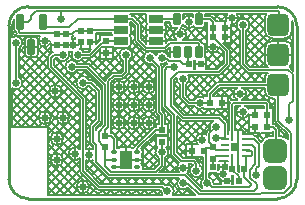
<source format=gbl>
G04*
G04 #@! TF.GenerationSoftware,Altium Limited,Altium Designer,21.3.2 (30)*
G04*
G04 Layer_Physical_Order=2*
G04 Layer_Color=65280*
%FSLAX25Y25*%
%MOIN*%
G70*
G04*
G04 #@! TF.SameCoordinates,A34A3340-7ABE-472C-AE94-605A2DEBF9E2*
G04*
G04*
G04 #@! TF.FilePolarity,Positive*
G04*
G01*
G75*
%ADD11C,0.00600*%
%ADD12C,0.01000*%
%ADD23R,0.02362X0.02362*%
%ADD24R,0.02756X0.02756*%
%ADD27R,0.02362X0.02362*%
%ADD31R,0.01968X0.02362*%
%ADD55C,0.02500*%
%ADD56C,0.00600*%
G04:AMPARAMS|DCode=57|XSize=23.62mil|YSize=39.37mil|CornerRadius=2.01mil|HoleSize=0mil|Usage=FLASHONLY|Rotation=0.000|XOffset=0mil|YOffset=0mil|HoleType=Round|Shape=RoundedRectangle|*
%AMROUNDEDRECTD57*
21,1,0.02362,0.03535,0,0,0.0*
21,1,0.01961,0.03937,0,0,0.0*
1,1,0.00402,0.00980,-0.01768*
1,1,0.00402,-0.00980,-0.01768*
1,1,0.00402,-0.00980,0.01768*
1,1,0.00402,0.00980,0.01768*
%
%ADD57ROUNDEDRECTD57*%
G04:AMPARAMS|DCode=58|XSize=75mil|YSize=75mil|CornerRadius=18.75mil|HoleSize=0mil|Usage=FLASHONLY|Rotation=270.000|XOffset=0mil|YOffset=0mil|HoleType=Round|Shape=RoundedRectangle|*
%AMROUNDEDRECTD58*
21,1,0.07500,0.03750,0,0,270.0*
21,1,0.03750,0.07500,0,0,270.0*
1,1,0.03750,-0.01875,-0.01875*
1,1,0.03750,-0.01875,0.01875*
1,1,0.03750,0.01875,0.01875*
1,1,0.03750,0.01875,-0.01875*
%
%ADD58ROUNDEDRECTD58*%
G04:AMPARAMS|DCode=59|XSize=78.74mil|YSize=78.74mil|CornerRadius=19.68mil|HoleSize=0mil|Usage=FLASHONLY|Rotation=180.000|XOffset=0mil|YOffset=0mil|HoleType=Round|Shape=RoundedRectangle|*
%AMROUNDEDRECTD59*
21,1,0.07874,0.03937,0,0,180.0*
21,1,0.03937,0.07874,0,0,180.0*
1,1,0.03937,-0.01968,0.01968*
1,1,0.03937,0.01968,0.01968*
1,1,0.03937,0.01968,-0.01968*
1,1,0.03937,-0.01968,-0.01968*
%
%ADD59ROUNDEDRECTD59*%
%ADD60R,0.02362X0.01968*%
%ADD61R,0.00984X0.02756*%
%ADD62R,0.02756X0.00984*%
G04:AMPARAMS|DCode=63|XSize=17.72mil|YSize=11.81mil|CornerRadius=1.95mil|HoleSize=0mil|Usage=FLASHONLY|Rotation=180.000|XOffset=0mil|YOffset=0mil|HoleType=Round|Shape=RoundedRectangle|*
%AMROUNDEDRECTD63*
21,1,0.01772,0.00791,0,0,180.0*
21,1,0.01382,0.01181,0,0,180.0*
1,1,0.00390,-0.00691,0.00396*
1,1,0.00390,0.00691,0.00396*
1,1,0.00390,0.00691,-0.00396*
1,1,0.00390,-0.00691,-0.00396*
%
%ADD63ROUNDEDRECTD63*%
G04:AMPARAMS|DCode=64|XSize=39.37mil|YSize=62.99mil|CornerRadius=1.97mil|HoleSize=0mil|Usage=FLASHONLY|Rotation=180.000|XOffset=0mil|YOffset=0mil|HoleType=Round|Shape=RoundedRectangle|*
%AMROUNDEDRECTD64*
21,1,0.03937,0.05906,0,0,180.0*
21,1,0.03543,0.06299,0,0,180.0*
1,1,0.00394,-0.01772,0.02953*
1,1,0.00394,0.01772,0.02953*
1,1,0.00394,0.01772,-0.02953*
1,1,0.00394,-0.01772,-0.02953*
%
%ADD64ROUNDEDRECTD64*%
G04:AMPARAMS|DCode=65|XSize=51.18mil|YSize=23.62mil|CornerRadius=2.01mil|HoleSize=0mil|Usage=FLASHONLY|Rotation=270.000|XOffset=0mil|YOffset=0mil|HoleType=Round|Shape=RoundedRectangle|*
%AMROUNDEDRECTD65*
21,1,0.05118,0.01961,0,0,270.0*
21,1,0.04717,0.02362,0,0,270.0*
1,1,0.00402,-0.00980,-0.02358*
1,1,0.00402,-0.00980,0.02358*
1,1,0.00402,0.00980,0.02358*
1,1,0.00402,0.00980,-0.02358*
%
%ADD65ROUNDEDRECTD65*%
G04:AMPARAMS|DCode=66|XSize=25.59mil|YSize=47.24mil|CornerRadius=1.92mil|HoleSize=0mil|Usage=FLASHONLY|Rotation=90.000|XOffset=0mil|YOffset=0mil|HoleType=Round|Shape=RoundedRectangle|*
%AMROUNDEDRECTD66*
21,1,0.02559,0.04341,0,0,90.0*
21,1,0.02175,0.04724,0,0,90.0*
1,1,0.00384,0.02170,0.01088*
1,1,0.00384,0.02170,-0.01088*
1,1,0.00384,-0.02170,-0.01088*
1,1,0.00384,-0.02170,0.01088*
%
%ADD66ROUNDEDRECTD66*%
D11*
X94800Y57551D02*
G03*
X94550Y59151I-5249J0D01*
G01*
X91775Y53350D02*
G03*
X94550Y56125I0J2775D01*
G01*
X85250D02*
G03*
X88025Y53350I2775J0D01*
G01*
X85851Y61600D02*
G03*
X85250Y59875I2174J-1725D01*
G01*
X79100Y55997D02*
G03*
X80250Y57900I-1000J1903D01*
G01*
X88025Y52650D02*
G03*
X85250Y49875I0J-2775D01*
G01*
X94550D02*
G03*
X91775Y52650I-2775J0D01*
G01*
X76550Y60100D02*
G03*
X75940Y61600I-2150J0D01*
G01*
X80250Y57900D02*
G03*
X77100Y55997I-2150J0D01*
G01*
X74018Y57984D02*
G03*
X76550Y60100I382J2116D01*
G01*
X72860Y61600D02*
G03*
X72507Y59081I1540J-1500D01*
G01*
X73700Y49300D02*
G03*
X73407Y50007I-1000J0D01*
G01*
X73700Y49300D02*
G03*
X73407Y50007I-1000J0D01*
G01*
X93434Y43901D02*
G03*
X94550Y46125I-1659J2224D01*
G01*
X86240Y42000D02*
G03*
X85250Y39875I1785J-2125D01*
G01*
Y46125D02*
G03*
X86240Y44000I2775J0D01*
G01*
X79293Y42293D02*
G03*
X80000Y42000I707J707D01*
G01*
X79293Y42293D02*
G03*
X80000Y42000I707J707D01*
G01*
X85250Y36125D02*
G03*
X88025Y33350I2775J0D01*
G01*
X79150Y35000D02*
G03*
X77789Y37000I-2150J0D01*
G01*
Y33000D02*
G03*
X79150Y35000I-789J2000D01*
G01*
X73407Y44193D02*
G03*
X73700Y44900I-707J707D01*
G01*
X73407Y44193D02*
G03*
X73700Y44900I-707J707D01*
G01*
X77100D02*
G03*
X77393Y44193I1000J0D01*
G01*
X77100Y44900D02*
G03*
X77393Y44193I1000J0D01*
G01*
X69950Y41150D02*
G03*
X70657Y41443I0J1000D01*
G01*
X69950Y41150D02*
G03*
X70657Y41443I0J1000D01*
G01*
X76211Y37000D02*
G03*
X76211Y33000I789J-2000D01*
G01*
X67880Y60534D02*
G03*
X67173Y60827I-707J-707D01*
G01*
X67880Y60534D02*
G03*
X67173Y60827I-707J-707D01*
G01*
X68997Y59081D02*
G03*
X68707Y59707I-997J-81D01*
G01*
X68997Y59081D02*
G03*
X68707Y59707I-997J-81D01*
G01*
X61486Y57446D02*
G03*
X62460Y56858I974J513D01*
G01*
X66229Y51919D02*
G03*
X70135Y50450I1771J-1219D01*
G01*
X64420Y56858D02*
G03*
X65521Y57959I0J1101D01*
G01*
X63707Y52707D02*
G03*
X63000Y53000I-707J-707D01*
G01*
X63707Y52707D02*
G03*
X63000Y53000I-707J-707D01*
G01*
X61359Y60666D02*
G03*
X58041Y59886I-1359J-1666D01*
G01*
Y58114D02*
G03*
X61486Y57446I1959J886D01*
G01*
X57399Y56959D02*
G03*
X58041Y57959I-459J1000D01*
G01*
X53879D02*
G03*
X54979Y56858I1101J0D01*
G01*
X51932Y58130D02*
G03*
X52262Y58912I-762J783D01*
G01*
Y57347D02*
G03*
X51932Y58130I-1092J0D01*
G01*
X59130Y54850D02*
G03*
X57399Y56959I-2150J0D01*
G01*
X58075Y53000D02*
G03*
X59130Y54850I-1095J1850D01*
G01*
X56212Y56858D02*
G03*
X55884Y53000I768J-2008D01*
G01*
X51932Y54390D02*
G03*
X52262Y55172I-762J783D01*
G01*
Y53607D02*
G03*
X51932Y54390I-1092J0D01*
G01*
X53649Y53000D02*
G03*
X52941Y52707I0J-1000D01*
G01*
X53649Y53000D02*
G03*
X52941Y52707I0J-1000D01*
G01*
X65521Y50668D02*
G03*
X64449Y51768I-1101J0D01*
G01*
X70000Y39000D02*
G03*
X69293Y38707I0J-1000D01*
G01*
X70000Y39000D02*
G03*
X69293Y38707I0J-1000D01*
G01*
X66293Y35707D02*
G03*
X66000Y35000I707J-707D01*
G01*
X66293Y35707D02*
G03*
X66000Y35000I707J-707D01*
G01*
X64919Y33668D02*
G03*
X61695Y33000I-1332J-1688D01*
G01*
X51989Y49340D02*
G03*
X52696Y49633I0J1000D01*
G01*
X53063Y47605D02*
G03*
X49000Y47789I-2063J-605D01*
G01*
X52850Y44850D02*
G03*
X52143Y44557I0J-1000D01*
G01*
X52850Y44850D02*
G03*
X52143Y44557I0J-1000D01*
G01*
X51989Y49340D02*
G03*
X52696Y49633I0J1000D01*
G01*
X51000Y44000D02*
G03*
X50707Y44707I-1000J0D01*
G01*
X50507Y44907D02*
G03*
X52538Y45498I493J2093D01*
G01*
X51293Y43707D02*
G03*
X51000Y43000I707J-707D01*
G01*
Y44000D02*
G03*
X50707Y44707I-1000J0D01*
G01*
X60150Y40000D02*
G03*
X59817Y41150I-2150J0D01*
G01*
X59000Y38097D02*
G03*
X60150Y40000I-1000J1903D01*
G01*
X57000Y34000D02*
G03*
X57293Y33293I1000J0D01*
G01*
X57000Y34000D02*
G03*
X57293Y33293I1000J0D01*
G01*
X55877Y40337D02*
G03*
X57000Y38097I2123J-338D01*
G01*
X51293Y43707D02*
G03*
X51000Y43000I707J-707D01*
G01*
X86324Y32707D02*
G03*
X85617Y33000I-707J-707D01*
G01*
X86324Y32707D02*
G03*
X85617Y33000I-707J-707D01*
G01*
X86968Y31648D02*
G03*
X86676Y32356I-1000J0D01*
G01*
X86968Y31648D02*
G03*
X86676Y32356I-1000J0D01*
G01*
X88900Y26000D02*
G03*
X89193Y25293I1000J0D01*
G01*
X79950Y29905D02*
G03*
X78789Y31000I-1950J-905D01*
G01*
X77211D02*
G03*
X79950Y28095I789J-2000D01*
G01*
X74910Y33000D02*
G03*
X74203Y32707I0J-1000D01*
G01*
X74910Y33000D02*
G03*
X74203Y32707I0J-1000D01*
G01*
X73852Y32356D02*
G03*
X73559Y31648I707J-707D01*
G01*
X73852Y32356D02*
G03*
X73559Y31648I707J-707D01*
G01*
X70707Y27707D02*
G03*
X70000Y28000I-707J-707D01*
G01*
X70707Y27707D02*
G03*
X70000Y28000I-707J-707D01*
G01*
X68211Y26000D02*
G03*
X66947Y23361I789J-2000D01*
G01*
X88900Y26000D02*
G03*
X89193Y25293I1000J0D01*
G01*
X88707Y24707D02*
G03*
X88018Y25000I-707J-707D01*
G01*
X88707Y24707D02*
G03*
X88018Y25000I-707J-707D01*
G01*
X90000Y23000D02*
G03*
X89707Y23707I-1000J0D01*
G01*
X90000Y23000D02*
G03*
X89707Y23707I-1000J0D01*
G01*
X93000Y19888D02*
G03*
X90869Y20837I-2131J-1920D01*
G01*
X82404Y20707D02*
G03*
X81697Y21000I-707J-707D01*
G01*
X86932Y20837D02*
G03*
X84212Y18881I0J-2868D01*
G01*
X82404Y20707D02*
G03*
X81697Y21000I-707J-707D01*
G01*
X73000Y25000D02*
G03*
X72707Y25707I-1000J0D01*
G01*
X73000Y25000D02*
G03*
X72707Y25707I-1000J0D01*
G01*
X66143Y22557D02*
G03*
X65850Y21850I707J-707D01*
G01*
X66143Y22557D02*
G03*
X65850Y21850I707J-707D01*
G01*
X69407Y8419D02*
G03*
X70779Y6253I2144J-159D01*
G01*
X68250Y5100D02*
G03*
X66881Y7103I-2150J0D01*
G01*
X59293Y31293D02*
G03*
X60000Y31000I707J707D01*
G01*
X59293Y31293D02*
G03*
X60000Y31000I707J707D01*
G01*
X61673D02*
G03*
X64919Y30292I1914J980D01*
G01*
X57293Y26293D02*
G03*
X58000Y26000I707J707D01*
G01*
X57293Y26293D02*
G03*
X58000Y26000I707J707D01*
G01*
X65850Y21287D02*
G03*
X62985Y18081I-1450J-1587D01*
G01*
X51000Y31000D02*
G03*
X51293Y30293I1000J0D01*
G01*
X51000Y31000D02*
G03*
X51293Y30293I1000J0D01*
G01*
X52000Y28000D02*
G03*
X51707Y28707I-1000J0D01*
G01*
X52000Y28000D02*
G03*
X51707Y28707I-1000J0D01*
G01*
X49000Y29000D02*
G03*
X49293Y28293I1000J0D01*
G01*
X49000Y29000D02*
G03*
X49293Y28293I1000J0D01*
G01*
X62356Y13207D02*
G03*
X61648Y13500I-707J-707D01*
G01*
X63500Y11648D02*
G03*
X63207Y12356I-1000J0D01*
G01*
X63500Y11648D02*
G03*
X63207Y12356I-1000J0D01*
G01*
X62356Y13207D02*
G03*
X61648Y13500I-707J-707D01*
G01*
X60350Y10300D02*
G03*
X59984Y11500I-2150J0D01*
G01*
X64650Y9300D02*
G03*
X63500Y11203I-2150J0D01*
G01*
X61500D02*
G03*
X64650Y9300I1000J-1903D01*
G01*
X64881Y6871D02*
G03*
X64560Y3600I1219J-1771D01*
G01*
X59450Y8550D02*
G03*
X60350Y10300I-1250J1750D01*
G01*
X56723Y11863D02*
G03*
X56710Y8750I1477J-1563D01*
G01*
X56822Y6750D02*
G03*
X59763Y3623I1378J-1650D01*
G01*
X54000Y15000D02*
G03*
X54293Y14293I1000J0D01*
G01*
X54000Y15000D02*
G03*
X54293Y14293I1000J0D01*
G01*
X52000Y13611D02*
G03*
X53150Y15514I-1000J1903D01*
G01*
D02*
G03*
X52434Y17116I-2150J0D01*
G01*
X49566D02*
G03*
X50000Y13611I1434J-1602D01*
G01*
X51707Y10293D02*
G03*
X52000Y11000I-707J707D01*
G01*
X51707Y10293D02*
G03*
X52000Y11000I-707J707D01*
G01*
X55050Y2500D02*
G03*
X51930Y4419I-2150J0D01*
G01*
X54612Y1200D02*
G03*
X55050Y2500I-1712J1300D01*
G01*
X51642Y4707D02*
G03*
X50935Y5000I-707J-707D01*
G01*
X51642Y4707D02*
G03*
X50935Y5000I-707J-707D01*
G01*
X50765Y2756D02*
G03*
X51187Y1200I2135J-256D01*
G01*
X45738Y58912D02*
G03*
X46068Y58130I1092J0D01*
G01*
D02*
G03*
X45738Y57347I762J-783D01*
G01*
Y55172D02*
G03*
X46068Y54390I1092J0D01*
G01*
X41707Y60707D02*
G03*
X41000Y61000I-707J-707D01*
G01*
X41707Y60707D02*
G03*
X41000Y61000I-707J-707D01*
G01*
X44000Y58000D02*
G03*
X43707Y58707I-1000J0D01*
G01*
X44000Y58000D02*
G03*
X43707Y58707I-1000J0D01*
G01*
X46068Y54390D02*
G03*
X45738Y53607I762J-783D01*
G01*
X49000Y47789D02*
G03*
X47639Y44947I-2000J-789D01*
G01*
X42000Y53000D02*
G03*
X42293Y52293I1000J0D01*
G01*
X42000Y53000D02*
G03*
X42293Y52293I1000J0D01*
G01*
X44953Y49633D02*
G03*
X45660Y49340I707J707D01*
G01*
X44953Y49633D02*
G03*
X45660Y49340I707J707D01*
G01*
X40318Y54390D02*
G03*
X40648Y55172I-762J783D01*
G01*
Y53607D02*
G03*
X40318Y54390I-1092J0D01*
G01*
X40648Y57347D02*
G03*
X40318Y58130I-1092J0D01*
G01*
D02*
G03*
X40648Y58912I-762J783D01*
G01*
X34124Y55172D02*
G03*
X34440Y54404I1092J0D01*
G01*
X39556Y50340D02*
G03*
X40648Y51432I0J1092D01*
G01*
X41150Y48000D02*
G03*
X38000Y46097I-2150J0D01*
G01*
X34469Y50635D02*
G03*
X35216Y50340I747J797D01*
G01*
X40000Y46097D02*
G03*
X41150Y48000I-1000J1903D01*
G01*
X39707Y41493D02*
G03*
X40000Y42200I-707J707D01*
G01*
X39707Y41493D02*
G03*
X40000Y42200I-707J707D01*
G01*
X37800Y40000D02*
G03*
X38507Y40293I0J1000D01*
G01*
X37800Y40000D02*
G03*
X38507Y40293I0J1000D01*
G01*
X48764Y37213D02*
G03*
X48764Y37213I-2150J0D01*
G01*
X43764D02*
G03*
X43764Y37213I-2150J0D01*
G01*
X35000Y42000D02*
G03*
X34293Y41707I0J-1000D01*
G01*
X35000Y42000D02*
G03*
X34293Y41707I0J-1000D01*
G01*
X38764Y37213D02*
G03*
X38764Y37213I-2150J0D01*
G01*
X32493Y39907D02*
G03*
X32200Y39214I707J-707D01*
G01*
X32493Y39907D02*
G03*
X32200Y39214I707J-707D01*
G01*
X31000Y36000D02*
G03*
X30707Y36707I-1000J0D01*
G01*
X31000Y36000D02*
G03*
X30707Y36707I-1000J0D01*
G01*
X21919Y53186D02*
G03*
X21081Y53226I-519J-2086D01*
G01*
Y54003D02*
G03*
X21707Y54293I-81J997D01*
G01*
X21081Y54003D02*
G03*
X21707Y54293I-81J997D01*
G01*
X24903Y49000D02*
G03*
X23833Y49982I-1903J-1000D01*
G01*
X20150Y48000D02*
G03*
X19913Y48982I-2150J0D01*
G01*
X3164Y54393D02*
G03*
X3871Y54100I707J707D01*
G01*
X2522Y55388D02*
G03*
X2813Y54744I998J64D01*
G01*
X3164Y54393D02*
G03*
X3871Y54100I707J707D01*
G01*
X9641Y52890D02*
G03*
X8540Y53991I-1101J0D01*
G01*
X6579D02*
G03*
X5479Y52890I0J-1101D01*
G01*
X1739Y59867D02*
G03*
X1200Y57551I4711J-2316D01*
G01*
X1739Y56442D02*
G03*
X2522Y55388I1101J0D01*
G01*
D02*
G03*
X2813Y54744I998J64D01*
G01*
X10368Y54100D02*
G03*
X13919Y51730I1632J-1400D01*
G01*
X4500Y52000D02*
G03*
X1200Y53817I-2150J0D01*
G01*
X3350Y50097D02*
G03*
X4500Y52000I-1000J1903D01*
G01*
X27000Y47000D02*
G03*
X27707Y47293I0J1000D01*
G01*
X27000Y47000D02*
G03*
X27707Y47293I0J1000D01*
G01*
X26707Y44707D02*
G03*
X26000Y45000I-707J-707D01*
G01*
X26707Y44707D02*
G03*
X26000Y45000I-707J-707D01*
G01*
X21083Y48974D02*
G03*
X24903Y47000I1917J-974D01*
G01*
X22903Y45000D02*
G03*
X22903Y43000I-1903J-1000D01*
G01*
X28015Y39399D02*
G03*
X27308Y39692I-707J-707D01*
G01*
X28015Y39399D02*
G03*
X27308Y39692I-707J-707D01*
G01*
X26595D02*
G03*
X26595Y37692I-1903J-1000D01*
G01*
X25700Y33300D02*
G03*
X25407Y34007I-1000J0D01*
G01*
X25700Y33300D02*
G03*
X25407Y34007I-1000J0D01*
G01*
X16097Y47000D02*
G03*
X20150Y48000I1903J1000D01*
G01*
X13000Y44000D02*
G03*
X13293Y43293I1000J0D01*
G01*
Y47707D02*
G03*
X13000Y47000I707J-707D01*
G01*
X8540Y47073D02*
G03*
X9641Y48174I0J1101D01*
G01*
X13293Y47707D02*
G03*
X13000Y47000I707J-707D01*
G01*
X5479Y48174D02*
G03*
X6579Y47073I1101J0D01*
G01*
X13000Y44000D02*
G03*
X13293Y43293I1000J0D01*
G01*
X17650Y35800D02*
G03*
X17650Y35800I-2150J0D01*
G01*
X4500Y38609D02*
G03*
X3350Y40513I-2150J0D01*
G01*
X1200Y36793D02*
G03*
X4500Y38609I1150J1817D01*
G01*
X48764Y31213D02*
G03*
X48764Y31213I-2150J0D01*
G01*
X43764D02*
G03*
X43764Y31213I-2150J0D01*
G01*
X48764Y25213D02*
G03*
X48764Y25213I-2150J0D01*
G01*
X48919Y23937D02*
G03*
X48230Y23644I18J-1000D01*
G01*
X48919Y23937D02*
G03*
X48230Y23644I18J-1000D01*
G01*
X43764Y25213D02*
G03*
X43764Y25213I-2150J0D01*
G01*
X38764Y31213D02*
G03*
X38764Y31213I-2150J0D01*
G01*
Y25213D02*
G03*
X38764Y25213I-2150J0D01*
G01*
X30707Y25293D02*
G03*
X31000Y26000I-707J707D01*
G01*
X33907Y23234D02*
G03*
X34200Y23941I-707J707D01*
G01*
X33907Y23234D02*
G03*
X34200Y23941I-707J707D01*
G01*
X44176Y11721D02*
G03*
X44624Y12604I-646J884D01*
G01*
Y10837D02*
G03*
X44176Y11721I-1095J0D01*
G01*
X44624Y15955D02*
G03*
X44219Y16805I-1095J0D01*
G01*
X42132Y17546D02*
G03*
X41853Y17009I707J-707D01*
G01*
X42132Y17546D02*
G03*
X41853Y17009I707J-707D01*
G01*
X41460Y16807D02*
G03*
X40772Y17050I-688J-854D01*
G01*
X44624Y13396D02*
G03*
X44176Y14279I-1095J0D01*
G01*
D02*
G03*
X44624Y15163I-646J884D01*
G01*
X36161Y19839D02*
G03*
X35868Y20546I-1000J0D01*
G01*
X36161Y19839D02*
G03*
X35868Y20546I-1000J0D01*
G01*
X37228Y17050D02*
G03*
X36540Y16807I0J-1097D01*
G01*
X34707Y21707D02*
G03*
X34081Y21997I-707J-707D01*
G01*
X34707Y21707D02*
G03*
X34081Y21997I-707J-707D01*
G01*
X32813Y7043D02*
G03*
X33520Y6750I707J707D01*
G01*
X32813Y7043D02*
G03*
X33520Y6750I707J707D01*
G01*
X30707Y25293D02*
G03*
X31000Y26000I-707J707D01*
G01*
X27293Y24707D02*
G03*
X27000Y24000I707J-707D01*
G01*
X27293Y24707D02*
G03*
X27000Y24000I707J-707D01*
G01*
X20150Y27000D02*
G03*
X20150Y27000I-2150J0D01*
G01*
X14150D02*
G03*
X14150Y27000I-2150J0D01*
G01*
X18150Y20000D02*
G03*
X18150Y20000I-2150J0D01*
G01*
X27000Y19000D02*
G03*
X27293Y18293I1000J0D01*
G01*
X28000Y16423D02*
G03*
X25700Y16423I-1150J-1817D01*
G01*
X28000Y12270D02*
G03*
X28293Y11563I1000J0D01*
G01*
X28000Y12270D02*
G03*
X28293Y11563I1000J0D01*
G01*
X25700Y12789D02*
G03*
X28000Y12789I1150J1817D01*
G01*
X27000Y19000D02*
G03*
X27293Y18293I1000J0D01*
G01*
X29293Y3293D02*
G03*
X30000Y3000I707J707D01*
G01*
X29293Y3293D02*
G03*
X30000Y3000I707J707D01*
G01*
X23700Y9300D02*
G03*
X23993Y8593I1000J0D01*
G01*
X23700Y9300D02*
G03*
X23993Y8593I1000J0D01*
G01*
X26850Y3900D02*
G03*
X26850Y3900I-2150J0D01*
G01*
X23700Y16470D02*
G03*
X23700Y13490I-1550J-1490D01*
G01*
X18150Y13000D02*
G03*
X18150Y13000I-2150J0D01*
G01*
X94550Y56125D02*
Y59151D01*
X88071Y53350D02*
X88771Y52650D01*
X89420D02*
X90120Y53350D01*
X90900D02*
X91600Y52650D01*
X88025Y53350D02*
X91775D01*
X88025Y52650D02*
X91775D01*
X82650Y61600D02*
X85250Y59000D01*
X80229Y57602D02*
X84227Y61600D01*
X79821D02*
X85250Y56171D01*
X76993Y61600D02*
X78602Y59990D01*
X79406Y59607D02*
X81399Y61600D01*
X85250Y56125D02*
Y59875D01*
X79100Y53644D02*
X85250Y59794D01*
X93283Y53795D02*
X94800Y52278D01*
X92213Y52615D02*
X94800Y55202D01*
Y42614D02*
Y57551D01*
X79178Y45237D02*
X87370Y53429D01*
X93983Y51556D02*
X94800Y52374D01*
X94550Y46125D02*
Y49875D01*
X89900Y48000D02*
Y52350D01*
X80190Y58403D02*
X86440Y52153D01*
X79498Y56267D02*
X85311Y50454D01*
X79100Y45314D02*
Y55997D01*
Y50816D02*
X85250Y56966D01*
X77100Y44900D02*
Y55997D01*
X85250Y46125D02*
Y49875D01*
X79100Y51008D02*
X86108Y44000D01*
X79100Y47987D02*
X85709Y54596D01*
X79100Y53836D02*
X85250Y47686D01*
X75940Y61600D02*
X85851D01*
X76462Y59491D02*
X78571Y61600D01*
X72550Y60100D02*
X74400D01*
Y58250D02*
Y60100D01*
X76250D01*
X74018Y57047D02*
X75008Y58038D01*
X70395Y59081D02*
X72621Y61307D01*
X71336Y61600D02*
X72314Y60622D01*
X65516Y61600D02*
X72860D01*
X68508D02*
X71027Y59081D01*
X71937Y57000D02*
X73718D01*
X74018Y56081D02*
Y57984D01*
X70081Y59081D02*
X72507D01*
X71937Y57000D02*
Y58781D01*
X74018Y56090D02*
X77100Y53008D01*
X74922Y58014D02*
X77100Y55836D01*
X74018Y51919D02*
Y54919D01*
Y54219D02*
X76393Y56594D01*
X73021Y50393D02*
X77100Y54473D01*
X74018Y53261D02*
X77100Y50179D01*
X73700Y48244D02*
X77100Y51644D01*
X71495Y51919D02*
X74018D01*
X72532D02*
X77100Y47351D01*
X74018Y54919D02*
Y56081D01*
Y54919D02*
Y56081D01*
X71937Y54000D02*
X73718D01*
X71937Y52219D02*
Y54000D01*
X71495Y51919D02*
X73407Y50007D01*
X70135Y50450D02*
X71700Y48886D01*
X89900Y48000D02*
X94250D01*
X94053Y44540D02*
X94800Y43793D01*
X85550Y48000D02*
X89900D01*
X80414Y44000D02*
X86240D01*
X94163Y43251D02*
X94800Y43888D01*
X93707Y43707D02*
X94800Y42614D01*
X80000Y42000D02*
X86240D01*
X83598Y44000D02*
X85285Y45687D01*
X80770Y44000D02*
X85250Y48480D01*
X79100Y48179D02*
X83279Y44000D01*
X79100Y45351D02*
X80451Y44000D01*
X85279Y42000D02*
X85777Y41502D01*
X79100Y45314D02*
X80414Y44000D01*
X84622Y37000D02*
X85250Y36372D01*
Y39000D02*
Y39875D01*
Y36125D02*
Y37000D01*
X82451Y42000D02*
X85250Y39201D01*
X84255Y39000D02*
X85253Y39998D01*
X88025Y33350D02*
X88900D01*
X77789Y33000D02*
X85617D01*
X83912D02*
X85632Y34720D01*
X81426Y39000D02*
X84426Y42000D01*
X79471Y42151D02*
X82622Y39000D01*
X78719Y36292D02*
X79426Y37000D01*
X78598Y39000D02*
X81598Y42000D01*
X78979Y34159D02*
X80137Y33000D01*
X81083D02*
X85083Y37000D01*
X78966D02*
X82965Y33000D01*
X73700Y45416D02*
X77100Y48816D01*
X73700Y44900D02*
Y49300D01*
Y47922D02*
X77251Y44371D01*
X77393Y44193D02*
X79293Y42293D01*
X72590Y43376D02*
X76965Y39000D01*
X71700Y45314D02*
Y48886D01*
X69567Y49227D02*
X71700Y47094D01*
X68606Y43150D02*
X71700Y46244D01*
X67298Y48668D02*
X71176Y44790D01*
X65821Y43194D02*
X71607Y48979D01*
X70657Y41443D02*
X73407Y44193D01*
X69536Y43150D02*
X71700Y45314D01*
X73700Y45094D02*
X79794Y39000D01*
X72941D02*
X77763Y43822D01*
X75770Y39000D02*
X79178Y42408D01*
X70000Y39000D02*
X85250D01*
X70113D02*
X77100Y45987D01*
X77789Y37000D02*
X85250D01*
X77000Y35000D02*
X78850D01*
X75150D02*
X77000D01*
X71176Y41962D02*
X74137Y39000D01*
X70851Y34081D02*
X73770Y37000D01*
X69159Y41150D02*
X71309Y39000D01*
X68022Y34081D02*
X70941Y37000D01*
X73309D02*
X74891Y35418D01*
X73018Y33420D02*
X74867Y35269D01*
X70414Y37000D02*
X76211D01*
X69081Y34081D02*
X73018D01*
X68450Y59965D02*
X70085Y61600D01*
X65521Y60827D02*
X67173D01*
X66484D02*
X67257Y61600D01*
X68997Y59081D02*
X69856D01*
X67880Y60534D02*
X68707Y59707D01*
X65679Y61600D02*
X66452Y60827D01*
X65521D02*
Y61494D01*
X61359Y60666D02*
Y61494D01*
X60022Y61600D02*
X60542Y61081D01*
X60000Y59000D02*
Y60850D01*
X65521Y57959D02*
Y58827D01*
X62460Y56858D02*
X64420D01*
X60000Y57150D02*
Y59000D01*
X65919Y54919D02*
Y56081D01*
X64722Y56900D02*
X65919Y55704D01*
Y54919D02*
Y56081D01*
X61485Y53000D02*
X65919Y57434D01*
X61414Y57380D02*
X65919Y52875D01*
Y51919D02*
Y54919D01*
X63864Y52550D02*
X65919Y54605D01*
X65369Y51227D02*
X66061Y51919D01*
X65919Y56081D02*
Y58827D01*
X58809Y55980D02*
X59699Y56871D01*
X58579Y57386D02*
X62966Y53000D01*
X58657D02*
X62515Y56858D01*
X63707Y52707D02*
X64187Y52227D01*
X59006Y54131D02*
X60137Y53000D01*
X58041Y59886D02*
Y61494D01*
X58036Y61600D02*
X61364D01*
X58041Y60869D02*
X58772Y61600D01*
X56980Y54850D02*
Y56700D01*
X54979Y56858D02*
X56212D01*
X53879Y57959D02*
Y59000D01*
X52262D02*
X53879D01*
X52157Y57814D02*
X53343Y59000D01*
X52047Y58262D02*
X54903Y55406D01*
X52262Y55172D02*
Y57347D01*
X52259Y55087D02*
X54280Y57109D01*
X49000Y56260D02*
X51962D01*
X56980Y54850D02*
X58830D01*
X55130D02*
X56980D01*
X53649Y53000D02*
X55884D01*
X58075D02*
X63000D01*
X52262Y52262D02*
X54830Y54830D01*
X52262Y52262D02*
X54830Y54830D01*
X52262Y55218D02*
X54480Y53000D01*
X52262Y52028D02*
Y53607D01*
X49000Y52520D02*
X51962D01*
X52293Y52059D02*
X52941Y52707D01*
X68000Y50700D02*
X69850D01*
X66150D02*
X68000D01*
Y48850D02*
Y50700D01*
X65521Y48551D02*
X66324Y49353D01*
X65821Y46022D02*
X68384Y48584D01*
X65821Y44487D02*
X67159Y43150D01*
X65821D02*
X69536D01*
X65521Y47616D02*
X69762Y43376D01*
X59817Y41150D02*
X69950D01*
X65521Y50444D02*
X65968Y49998D01*
X65521Y47132D02*
Y50668D01*
X65821Y43150D02*
Y47081D01*
X61884Y43150D02*
Y46194D01*
X62353Y45000D02*
X63937D01*
X65521D01*
X62053Y43150D02*
Y46110D01*
X60125Y40326D02*
X60949Y41150D01*
X66330D02*
X69033Y38447D01*
X63502Y41150D02*
X67619Y37033D01*
X61284Y33000D02*
X69434Y41150D01*
X68000Y34081D02*
X68856D01*
X69033Y35619D02*
X70571Y34081D01*
X66293Y35707D02*
X69293Y38707D01*
X68000Y34586D02*
X70414Y37000D01*
X66000Y34081D02*
Y35000D01*
X60673Y41150D02*
X66210Y35613D01*
X59934Y39061D02*
X64919Y34076D01*
Y34081D02*
X66000D01*
X65194D02*
X66000Y34887D01*
X60414Y33000D02*
X61695D01*
X52396Y49427D02*
X53879Y47945D01*
X52696Y49633D02*
X53707Y50644D01*
X53879Y47132D02*
Y50668D01*
X54179Y48900D02*
X55960D01*
X53211Y47554D02*
X53879Y48222D01*
X51296Y44870D02*
X51876Y44290D01*
X48520Y48520D02*
X49340Y49340D01*
X51293Y43707D02*
X52143Y44557D01*
X51000Y43000D02*
Y44000D01*
X59000Y34414D02*
Y38097D01*
X59435Y33979D02*
X66606Y41150D01*
X59000Y36373D02*
X63777Y41150D01*
X59000Y37167D02*
X62397Y33770D01*
X59000Y34414D02*
X60414Y33000D01*
X55000Y38029D02*
X56055Y39084D01*
X55000Y39461D02*
X55877Y40337D01*
X55000Y35201D02*
X57000Y37201D01*
Y34000D02*
Y38097D01*
X55000Y38338D02*
X57000Y36338D01*
X48558Y36294D02*
X49000Y35853D01*
X88272Y33350D02*
X88900Y32722D01*
X86386Y32645D02*
X87212Y33472D01*
X81794Y37000D02*
X85813Y32980D01*
X86968Y30400D02*
X88900Y32331D01*
X86968Y30081D02*
Y31648D01*
X82137Y31000D02*
X83056Y30081D01*
X80993D02*
X81912Y31000D01*
X83821Y30081D02*
X84740Y31000D01*
X78255Y33000D02*
X82255Y37000D01*
X79309Y31000D02*
X80228Y30081D01*
X84113D02*
X84969D01*
Y31000D01*
X78789D02*
X84969D01*
X79950Y30081D02*
X83887D01*
X88900Y26000D02*
Y33350D01*
X86968Y30081D02*
X88050D01*
Y25919D02*
Y30081D01*
X86949Y31845D02*
X88900Y29894D01*
X82032Y28000D02*
Y29781D01*
X88050Y27916D02*
X88900Y27066D01*
X88050Y28653D02*
X88900Y29503D01*
X88018Y25793D02*
X88900Y26675D01*
X78000Y27150D02*
Y29000D01*
X79950Y26081D02*
Y28095D01*
X76150Y29000D02*
X78000D01*
X80250Y28000D02*
X82032D01*
X79919Y21919D02*
Y26081D01*
X77792Y26860D02*
X79919Y24733D01*
X76609Y22869D02*
X79950Y26210D01*
X74910Y33000D02*
X76211D01*
X70480Y37000D02*
X74548Y32932D01*
X75559Y31000D02*
X77211D01*
X75559Y30304D02*
X76255Y31000D01*
X71904Y29919D02*
X73559Y28264D01*
X73018Y31634D02*
X73559Y31093D01*
X70937Y32000D02*
X72718D01*
X73018Y29919D02*
Y34081D01*
X70937Y32000D02*
Y33781D01*
Y30219D02*
Y32000D01*
X73018Y30592D02*
X73559Y31133D01*
X69081Y29919D02*
X73018D01*
X64919D02*
X68856D01*
X58414Y28000D02*
X70000D01*
X73559Y22869D02*
Y31648D01*
X71835Y26580D02*
X73559Y28304D01*
X75559Y22869D02*
Y31000D01*
X70360Y27933D02*
X72345Y29919D01*
X69076D02*
X73559Y25436D01*
X75559Y24647D02*
X77774Y26862D01*
X75559Y26264D02*
X80431Y21392D01*
X75559Y27476D02*
X76092Y28009D01*
X70707Y27707D02*
X72707Y25707D01*
X67598Y28000D02*
X69517Y29919D01*
X64770Y28000D02*
X66689Y29919D01*
X66248D02*
X68167Y28000D01*
X58000Y26000D02*
X68211D01*
X64510D02*
X66883Y23627D01*
X89234Y24180D02*
X89770Y24716D01*
X89193Y25293D02*
X93000Y21486D01*
X90000Y22118D02*
X91184Y23302D01*
X88707Y24707D02*
X89707Y23707D01*
X88018Y25000D02*
Y25919D01*
X80219Y24000D02*
X82000D01*
Y22219D02*
Y24000D01*
X77920Y21392D02*
Y22869D01*
X77961Y21392D02*
X79919Y23350D01*
X84081Y21919D02*
X88000D01*
Y22586D01*
X79919Y21919D02*
X83856D01*
X77920Y21392D02*
X81365D01*
X91482Y20771D02*
X92598Y21888D01*
X90000Y20837D02*
Y23000D01*
X89989Y23148D02*
X93000Y20137D01*
X88000Y20837D02*
Y21919D01*
X85519Y20465D02*
X86973Y21919D01*
X93000Y19888D02*
Y21486D01*
X86932Y20837D02*
X88000D01*
X90000D02*
X90869D01*
X85561Y21919D02*
X86656Y20824D01*
X82668Y20443D02*
X84144Y21919D01*
X82733D02*
X84783Y19869D01*
X80789Y21392D02*
X81316Y21919D01*
X82404Y20707D02*
X84107Y19004D01*
X76612Y8902D02*
Y11226D01*
X75951Y22869D02*
X77920D01*
X75559Y23436D02*
X76126Y22869D01*
X73167Y21392D02*
Y22869D01*
X73000Y24917D02*
X73559Y25476D01*
X73000Y21392D02*
Y25000D01*
X76528Y20591D02*
Y22569D01*
Y11526D02*
Y13504D01*
X70181Y12702D02*
X73167D01*
X70181Y12581D02*
X73167D01*
X66143Y22557D02*
X66947Y23361D01*
X64273Y21846D02*
X66904Y24477D01*
X70353Y10500D02*
X71937D01*
Y12281D01*
X70053Y9802D02*
Y11379D01*
X76443Y9071D02*
Y11226D01*
X74547Y4919D02*
Y7950D01*
X74716Y4919D02*
Y7950D01*
X69701Y8260D02*
X71551D01*
X70779Y4919D02*
Y6253D01*
X71079Y6000D02*
X72663D01*
X74247D01*
X68242Y4919D02*
X70779D01*
X69973D02*
X70779Y5725D01*
X69884Y9618D02*
Y11379D01*
X66881Y8419D02*
X69407D01*
X66881Y7484D02*
X67816Y8419D01*
X66881Y7103D02*
Y8419D01*
X68104Y5879D02*
X69594Y7369D01*
X67949Y8419D02*
X70779Y5589D01*
X60000Y31000D02*
X61673D01*
X55000Y35510D02*
X62510Y28000D01*
X55000Y32681D02*
X59681Y28000D01*
X61941D02*
X63779Y29838D01*
X63507Y29831D02*
X65338Y28000D01*
X59113D02*
X61840Y30727D01*
X57293Y33293D02*
X59293Y31293D01*
X55935Y30479D02*
X58021Y32565D01*
X55000Y31414D02*
X58414Y28000D01*
X55000Y32373D02*
X57000Y34373D01*
X55000Y31414D02*
Y39461D01*
X57349Y29065D02*
X59449Y31165D01*
X56000Y27586D02*
X57293Y26293D01*
X61681Y26000D02*
X65850Y21831D01*
X58853Y26000D02*
X63304Y21549D01*
X56000Y19230D02*
X62770Y26000D01*
X56000Y16402D02*
X65598Y26000D01*
X62550Y19700D02*
X64400D01*
Y21550D01*
X58982Y18081D02*
X62919D01*
X60508D02*
X62254Y19827D01*
X56000Y26024D02*
X62251Y19773D01*
X56000Y22059D02*
X59941Y26000D01*
X56000Y23196D02*
X61115Y18081D01*
X56000Y24887D02*
X57351Y26239D01*
X56000Y15414D02*
Y27586D01*
X61063Y16000D02*
Y17781D01*
X58982Y13919D02*
Y18081D01*
X56000Y20368D02*
X58982Y17386D01*
X56000Y17539D02*
X58982Y14557D01*
X51521Y28893D02*
X52107Y29479D01*
X51000Y29414D02*
X51707Y28707D01*
X51293Y30293D02*
X54000Y27586D01*
X52000Y26544D02*
X53521Y28065D01*
X52000Y27196D02*
X54000Y25196D01*
X51000Y31000D02*
Y43000D01*
Y31000D02*
Y43000D01*
Y29414D02*
Y31000D01*
X49000Y29000D02*
Y43586D01*
X49293Y28293D02*
X50000Y27586D01*
X48618Y25991D02*
X50000Y27373D01*
X48919Y24821D02*
X50000D01*
X53081Y21968D02*
X54000Y22887D01*
X53081Y23287D02*
X54000Y22368D01*
Y15000D02*
Y27586D01*
X53081Y24797D02*
X54000Y25716D01*
X52655Y20884D02*
X53081Y20458D01*
Y19140D02*
X54000Y20059D01*
X53081Y17630D02*
X54000Y16711D01*
X53081Y20458D02*
X54000Y19539D01*
X53081Y17116D02*
Y20884D01*
X52000Y24821D02*
Y28000D01*
Y24821D02*
X53081D01*
X50000D02*
Y27586D01*
X48919Y23937D02*
Y24821D01*
X53081Y21053D02*
Y24821D01*
X48919Y20884D02*
X53081D01*
X48919Y21053D02*
X53081D01*
X48919Y17116D02*
Y20884D01*
X63144Y13919D02*
X64881D01*
X63237Y12325D02*
X64831Y13919D01*
X62449D02*
X64881Y11486D01*
X58982Y13919D02*
X62919D01*
X64266Y10526D02*
X64881Y11141D01*
X62356Y13207D02*
X63207Y12356D01*
X61063Y14219D02*
Y16000D01*
X59282D02*
X61063D01*
X57914Y13500D02*
X61648D01*
X56920Y14494D02*
X58982Y16555D01*
X56000Y15414D02*
X57914Y13500D01*
X59984Y11500D02*
X61234D01*
X56350Y10300D02*
X58200D01*
X64881Y6871D02*
Y13919D01*
X62291Y5723D02*
X64881Y8313D01*
X59557Y8457D02*
X64414Y3600D01*
X63375Y7336D02*
X64355Y6356D01*
X59763Y3623D02*
X62186Y1200D01*
X60597D02*
X61391Y1994D01*
X59915Y9003D02*
X60355Y9443D01*
X58200Y10300D02*
X60050D01*
X55475Y6750D02*
X56240Y5985D01*
X57769Y1200D02*
X59977Y3409D01*
X59085Y3141D02*
X61026Y1200D01*
X54940D02*
X57034Y3294D01*
X53042Y14841D02*
X56403Y11480D01*
X53020Y16250D02*
X54000Y17230D01*
X54293Y14293D02*
X56723Y11863D01*
X52000Y13054D02*
X56304Y8750D01*
X52000Y12402D02*
X54121Y14523D01*
X51811Y10415D02*
X53475Y8750D01*
X52434Y17116D02*
X53081D01*
X50000Y11414D02*
Y13611D01*
X48919Y17116D02*
X49566D01*
X52000Y11000D02*
Y13611D01*
X48536Y9950D02*
X50000Y11414D01*
X54005Y8750D02*
X56128Y10873D01*
X54655Y3743D02*
X56050Y5139D01*
X52647Y6750D02*
X58197Y1200D01*
X50165Y8750D02*
X56710D01*
X51177D02*
X55506Y13080D01*
X54612Y1200D02*
X62186D01*
X54888Y1681D02*
X55369Y1200D01*
X50255Y5000D02*
X52005Y6750D01*
X52726Y4643D02*
X54834Y6750D01*
X50165Y8750D02*
X51707Y10293D01*
X49818Y6750D02*
X52081Y4488D01*
X49283Y1200D02*
X50757Y2674D01*
X45738Y58912D02*
Y61088D01*
X43991Y58133D02*
X45738Y59880D01*
X44000Y57823D02*
X45738Y56086D01*
X46038Y56260D02*
X49000D01*
X44000Y55314D02*
X45738Y57051D01*
Y55172D02*
Y57347D01*
X42722Y59692D02*
X44629Y61600D01*
X41184Y60983D02*
X41801Y61600D01*
X43052D02*
X45738Y58914D01*
X41707Y60707D02*
X43707Y58707D01*
X40648Y58938D02*
X42000Y57586D01*
X44464Y52950D02*
X45990Y54475D01*
X45738Y51676D02*
Y53607D01*
X44000Y54995D02*
X45738Y53257D01*
X44000Y53414D02*
X45706Y51709D01*
X46038Y52520D02*
X49000D01*
X48520Y48520D02*
X49340Y49340D01*
X45660D02*
X51989D01*
X44000Y53414D02*
Y58000D01*
X42293Y52293D02*
X44293Y50293D01*
X42000Y53000D02*
Y57586D01*
X44295Y50291D02*
X44953Y49633D01*
X40756Y49241D02*
X43050Y51535D01*
X40545Y58450D02*
X42000Y56995D01*
X40620Y57591D02*
X41308Y58278D01*
X40648Y55519D02*
X42000Y54167D01*
X40520Y61600D02*
X45865D01*
X40523Y54665D02*
X42000Y56142D01*
X40648Y51962D02*
X42000Y53314D01*
X40648Y51432D02*
Y53607D01*
Y55172D02*
Y57347D01*
X29593Y55260D02*
X30449Y54404D01*
X31776D02*
X32632Y55260D01*
X32421D02*
X33277Y54404D01*
X29081Y55260D02*
X34124D01*
X30439Y54404D02*
X34440D01*
X40648Y52690D02*
X45185Y48153D01*
X40051Y50459D02*
X49000Y41510D01*
X37341Y50340D02*
X37859Y49822D01*
X34601Y48743D02*
X36198Y50340D01*
X40000Y45657D02*
X44464Y50121D01*
X35216Y50340D02*
X39556D01*
X34601Y50252D02*
X36850Y48003D01*
X31050Y50635D02*
X34469D01*
X30881Y50467D02*
X34601D01*
X30439Y50024D02*
X30881Y50467D01*
X32520Y46998D02*
Y48583D01*
X34601Y46698D02*
Y50467D01*
X30739Y48583D02*
X32520D01*
Y50167D01*
X40000Y42828D02*
X45028Y47856D01*
X40822Y46859D02*
X49000Y38681D01*
X38404Y38404D02*
X45480Y45480D01*
X38404Y38404D02*
X45480Y45480D01*
X47639Y44947D02*
X49000Y43586D01*
X47606Y39120D02*
X49000Y40515D01*
X42129Y39300D02*
X47707Y44879D01*
X40000Y44853D02*
X45696Y39157D01*
X40000Y42200D02*
Y46097D01*
X38000Y42614D02*
Y46097D01*
X37386Y42000D02*
X38000Y42614D01*
X38507Y40293D02*
X39707Y41493D01*
X38705Y40491D02*
X40290Y38906D01*
X46614Y37213D02*
Y39063D01*
X44764Y37213D02*
X46614D01*
Y35363D02*
Y37213D01*
X43626Y37970D02*
X49000Y43343D01*
X46614Y37213D02*
X48464D01*
X47368Y33226D02*
X49000Y34858D01*
X41836Y33351D02*
X44706Y36221D01*
X43308Y35888D02*
X45941Y33255D01*
X39987Y42038D02*
X44489Y37536D01*
X41614Y37213D02*
Y39063D01*
X38720Y37648D02*
X39491Y36877D01*
X36614Y35363D02*
Y37213D01*
X41614D02*
X43464D01*
X41614Y35363D02*
Y37213D01*
X36614D02*
X38464D01*
X39764D02*
X41614D01*
X34601Y47424D02*
X38000Y44025D01*
X32498Y46698D02*
X37196Y42000D01*
X36343D02*
X38000Y43657D01*
X30050Y41364D02*
X36857Y48171D01*
X31464Y39950D02*
X37759Y46244D01*
X36533Y39361D02*
X37172Y40000D01*
X36368D02*
X37050Y39318D01*
X35000Y42000D02*
X37386D01*
X35414Y40000D02*
X37800D01*
X30439Y46698D02*
X34601D01*
X32520Y48583D02*
X34301D01*
X28636Y42778D02*
X32556Y46698D01*
X28391Y47977D02*
X34501Y41867D01*
X26539Y47000D02*
X33062Y40477D01*
X32493Y39907D02*
X34293Y41707D01*
X26707Y44707D02*
X32200Y39214D01*
X34764Y37213D02*
X36614D01*
X34477Y39062D02*
X34957Y38582D01*
X36614Y37213D02*
Y39063D01*
X34200Y38786D02*
X35414Y40000D01*
X34200Y34200D02*
X35423Y35423D01*
X36138Y33309D02*
X39527Y36698D01*
X34200Y34200D02*
X35423Y35423D01*
X34200Y36511D02*
X37575Y33136D01*
X25586Y43000D02*
X31000Y37586D01*
X24882Y43000D02*
X31000Y36882D01*
Y36000D02*
Y37586D01*
X28015Y39399D02*
X30707Y36707D01*
X29081Y51709D02*
X30439Y53066D01*
Y52828D02*
Y54404D01*
X29081Y51495D02*
Y53919D01*
Y54537D02*
X29804Y55260D01*
X29081Y54144D02*
Y55260D01*
Y52943D02*
X29805Y52219D01*
X29081Y51495D02*
X30293Y52707D01*
X27000Y52063D02*
X28781D01*
X24000Y50282D02*
Y52063D01*
X21081Y53226D02*
Y54003D01*
X21919Y53186D02*
Y53919D01*
X21400Y51100D02*
Y52950D01*
X14219Y51063D02*
X16000D01*
X12000Y52700D02*
X13850D01*
X12000Y50850D02*
Y52700D01*
X27707Y47293D02*
X30439Y50024D01*
X27000Y50282D02*
Y52063D01*
X30439Y46698D02*
Y50024D01*
X26386Y49982D02*
X26977Y49391D01*
X26373Y49000D02*
X27354Y49982D01*
X26586Y49000D02*
X27568Y49982D01*
X29805Y49391D02*
X30439Y48757D01*
X26081Y49982D02*
X27568D01*
X24903Y49000D02*
X26586D01*
X24919Y49982D02*
X26081D01*
X23833D02*
X24919D01*
X13919Y48982D02*
Y51730D01*
X11646Y50579D02*
X13906Y48320D01*
X24919Y49982D02*
X26081D01*
X20113Y48397D02*
X20698Y48982D01*
X19913D02*
X21031D01*
X3871Y54100D02*
X10368D01*
X5297D02*
X5765Y53632D01*
X10150Y52700D02*
X12000D01*
X6579Y53991D02*
X8540D01*
X1236Y58161D02*
X1739Y57658D01*
X1205Y57773D02*
X1739Y58307D01*
Y56442D02*
Y59867D01*
X1200Y53817D02*
Y57551D01*
Y54940D02*
X1995Y55735D01*
X1200Y55369D02*
X2420Y54149D01*
X9641Y49239D02*
X11134Y50732D01*
X9641Y48174D02*
Y52890D01*
X7560Y50532D02*
Y53691D01*
X3594Y40363D02*
X13919Y50688D01*
X7560Y50532D02*
X9341D01*
X9641Y49756D02*
X13000Y46397D01*
X5779Y50532D02*
X7560D01*
Y47373D02*
Y50532D01*
X4499Y52070D02*
X5479Y51090D01*
Y48174D02*
Y52890D01*
X4436Y52520D02*
X6017Y54100D01*
X3534Y50206D02*
X5479Y48261D01*
X3350Y40513D02*
Y50097D01*
Y48605D02*
X5479Y50734D01*
X27222Y44192D02*
X30439Y47409D01*
X24903Y47000D02*
X27000D01*
X25201Y45000D02*
X27227Y47026D01*
X22903Y45000D02*
X26000D01*
X23531Y40501D02*
X25808Y42778D01*
X20668Y46124D02*
X21269Y46725D01*
X24369Y46342D02*
X25711Y45000D01*
X20135Y47747D02*
X21957Y45925D01*
X22695Y45322D02*
X23235Y45863D01*
X22903Y43000D02*
X25586D01*
X18972Y46082D02*
X19507Y45547D01*
X22547Y42507D02*
X24257Y40797D01*
X28050Y39364D02*
X28636Y39950D01*
X26139Y40281D02*
X27222Y41364D01*
X26595Y39692D02*
X27308D01*
X29465Y37950D02*
X30050Y38535D01*
X26894Y37692D02*
X29000Y35586D01*
X25462Y33947D02*
X28050Y36536D01*
X25519Y36707D02*
X29000Y33226D01*
X21222Y38192D02*
X22882Y39853D01*
X20235Y41991D02*
X22707Y39518D01*
X19808Y39607D02*
X23201Y43000D01*
X19709Y39706D02*
X25407Y34007D01*
X22636Y36778D02*
X23102Y37244D01*
X24050Y35364D02*
X25323Y36636D01*
X15414Y47000D02*
X16097D01*
X15000Y46113D02*
X15887Y47000D01*
X13919Y48982D02*
X14811D01*
X13293Y47707D02*
X14293Y48707D01*
X15565Y43849D02*
X17603Y45887D01*
X15320Y46906D02*
X18991Y43235D01*
X15000Y44414D02*
Y46586D01*
X3350Y45776D02*
X5506Y47932D01*
X13000Y44000D02*
Y47000D01*
X6579Y47073D02*
X8540D01*
X3350Y42948D02*
X7475Y47073D01*
X18393Y41021D02*
X19678Y42305D01*
X16979Y42435D02*
X18876Y44332D01*
X15000Y44414D02*
X19707Y39707D01*
X13293Y43293D02*
X18291Y38295D01*
X6667Y47073D02*
X15813Y37927D01*
X17250Y37049D02*
X18393Y38192D01*
X15500Y35800D02*
X17350D01*
X15315Y37942D02*
X16979Y39607D01*
X4493Y38434D02*
X13000Y46941D01*
X3350Y47562D02*
X13798Y37114D01*
X15500Y35800D02*
Y37650D01*
Y33950D02*
Y35800D01*
X13650D02*
X15500D01*
X1200Y35141D02*
X2526Y36467D01*
X46937Y35087D02*
X49000Y33024D01*
X44764Y31213D02*
X46614D01*
Y33063D01*
X43521Y32207D02*
X46388Y35074D01*
X47105Y27306D02*
X49000Y29201D01*
X47218Y29149D02*
X50000Y26368D01*
X46614Y31213D02*
X48464D01*
X46614Y29363D02*
Y31213D01*
X41279Y35089D02*
X44551Y31817D01*
X41614Y31213D02*
Y33063D01*
Y29363D02*
Y31213D01*
X39764D02*
X41614D01*
X43448Y30091D02*
X46214Y27325D01*
X43392Y26421D02*
X46096Y29126D01*
X41614Y31213D02*
X43464D01*
X41502Y27360D02*
X44601Y30459D01*
X46614Y25213D02*
X48464D01*
X46614D02*
Y27063D01*
Y23363D02*
Y25213D01*
X44764D02*
X46614D01*
X43568Y24315D02*
X46234Y21648D01*
X42132Y17546D02*
X48230Y23644D01*
X41648Y29063D02*
X44642Y26069D01*
X39764Y25213D02*
X41614D01*
Y27063D01*
X38643Y24501D02*
X39467Y25325D01*
X41614Y25213D02*
X43464D01*
X41963Y23091D02*
X44820Y20234D01*
X41614Y23363D02*
Y25213D01*
X39677Y17050D02*
X45836Y23208D01*
X38257Y32600D02*
X40857Y35200D01*
X37984Y35555D02*
X40492Y33047D01*
X38538Y32173D02*
X39465Y31246D01*
X36614Y31213D02*
X38464D01*
X38162Y29720D02*
X40716Y27166D01*
X38090Y26776D02*
X40620Y29306D01*
X35586Y27101D02*
X39476Y30990D01*
X35851Y29202D02*
X39493Y25561D01*
X34764Y31213D02*
X36614D01*
X34200Y33682D02*
X35122Y32760D01*
X36614Y31213D02*
Y33063D01*
X31000Y26000D02*
Y36000D01*
Y26000D02*
Y36000D01*
X36614Y29363D02*
Y31213D01*
X34200Y25715D02*
X34726Y26241D01*
X34200Y28543D02*
X35227Y29570D01*
X34200Y28025D02*
X35306Y26919D01*
X36614Y25213D02*
X38464D01*
X36614Y23363D02*
Y25213D01*
X36728Y16929D02*
X44521Y24722D01*
X36614Y25213D02*
Y27063D01*
X38321Y23905D02*
X43406Y18820D01*
X36313Y23084D02*
X42005Y17392D01*
X35278Y21136D02*
X37326Y23184D01*
X36161Y19191D02*
X40405Y23435D01*
X34764Y25213D02*
X36614D01*
X34200Y23941D02*
Y38786D01*
X29000Y23343D02*
X31000Y25343D01*
X34081Y22767D02*
X35051Y23737D01*
X29212Y23064D02*
X31000Y24852D01*
X46234Y18820D02*
X48936Y16117D01*
X47648Y20234D02*
X48919Y18963D01*
X44619Y13506D02*
X48919Y17806D01*
X44219Y16805D02*
X48919Y21505D01*
X44572Y16288D02*
X48919Y20635D01*
X44820Y17406D02*
X50000Y12225D01*
X44624Y10683D02*
X48918Y14977D01*
X44624Y15163D02*
Y15955D01*
Y12604D02*
Y13396D01*
X42839Y13000D02*
X44324D01*
X46720Y9950D02*
X50000Y13230D01*
X44620Y9950D02*
X48536D01*
X46990Y6750D02*
X48740Y5000D01*
X44571Y14826D02*
X48991Y10406D01*
X44490Y12079D02*
X46618Y9950D01*
X47426Y5000D02*
X49177Y6750D01*
X47912Y3000D02*
X49712Y1200D01*
X45083Y3000D02*
X46883Y1200D01*
X46455D02*
X48255Y3000D01*
X44161Y6750D02*
X45912Y5000D01*
X44624Y10045D02*
Y10837D01*
X44598Y5000D02*
X46348Y6750D01*
X41333D02*
X43083Y5000D01*
X41770D02*
X43520Y6750D01*
X42255Y3000D02*
X44055Y1200D01*
X43626D02*
X45426Y3000D01*
X39426D02*
X41226Y1200D01*
X40798D02*
X42598Y3000D01*
X36161Y17005D02*
Y19839D01*
Y17579D02*
X36784Y16956D01*
X34081Y22488D02*
X39519Y17050D01*
X37228D02*
X40772D01*
X39000Y13000D02*
Y16750D01*
X33520Y6750D02*
X56822D01*
X34707Y21707D02*
X35868Y20546D01*
X34081Y21997D02*
Y22884D01*
X28293Y11563D02*
X32813Y7043D01*
X29021Y6393D02*
X31242Y8614D01*
X25700Y11070D02*
X31770Y5000D01*
X38504Y6750D02*
X40255Y5000D01*
X36113D02*
X37863Y6750D01*
X38941Y5000D02*
X40692Y6750D01*
X30414Y5000D02*
X50935D01*
X35676Y6750D02*
X37426Y5000D01*
X36598Y3000D02*
X38398Y1200D01*
X37970D02*
X39770Y3000D01*
X30000D02*
X50521D01*
X13000Y1200D02*
X51187D01*
X30456Y5000D02*
X32656Y7200D01*
X33284Y5000D02*
X35035Y6750D01*
X27124Y12474D02*
X34598Y5000D01*
X29484Y1200D02*
X31284Y3000D01*
X33770D02*
X35570Y1200D01*
X35141D02*
X36941Y3000D01*
X30941D02*
X32741Y1200D01*
X32313D02*
X34113Y3000D01*
X25700Y30869D02*
X29000Y27569D01*
X25700Y28528D02*
X29000Y31828D01*
Y26414D02*
Y35586D01*
X25700Y31357D02*
X29000Y34657D01*
X25508Y33889D02*
X29000Y30397D01*
X25700Y28040D02*
X28163Y25577D01*
X25700Y25700D02*
X29000Y29000D01*
X25700Y25700D02*
X29000Y29000D01*
X18293Y38293D02*
X23700Y32886D01*
X17830Y29143D02*
X22636Y33950D01*
X19756Y28241D02*
X23700Y32185D01*
X17627Y36113D02*
X23700Y30040D01*
X16814Y34098D02*
X23700Y27212D01*
X18000Y27000D02*
X19850D01*
X18000Y25150D02*
Y27000D01*
X16150D02*
X18000D01*
Y28850D01*
X31000Y24852D02*
Y26000D01*
X27293Y24707D02*
X29000Y26414D01*
Y23586D02*
X30707Y25293D01*
X29000Y22751D02*
Y23586D01*
X27000Y19000D02*
Y24000D01*
X25700Y22872D02*
X27018Y24190D01*
X25700Y20043D02*
X27000Y21343D01*
X23700Y16470D02*
Y32886D01*
X19642Y25613D02*
X23700Y21555D01*
X25700Y16423D02*
Y33300D01*
X16446Y22103D02*
X23700Y29357D01*
X17989Y20817D02*
X23700Y26528D01*
X25700Y25212D02*
X27000Y23912D01*
X25700Y22383D02*
X27000Y21083D01*
X16000Y20000D02*
Y21850D01*
X17523Y24904D02*
X23700Y18726D01*
X9242Y47326D02*
X23700Y32869D01*
X3350Y41905D02*
X16612Y28642D01*
X3350Y44733D02*
X23700Y24383D01*
X1200Y29484D02*
X14151Y42435D01*
X1200Y26656D02*
X15565Y41021D01*
X13887Y28030D02*
X21222Y35364D01*
X12173Y29143D02*
X19808Y36778D01*
X4415Y38011D02*
X15904Y26523D01*
X12000Y27000D02*
Y28850D01*
X3029Y36569D02*
X10808Y28790D01*
X1200Y32313D02*
X13000Y44113D01*
X1200Y35570D02*
X9852Y26918D01*
X12000Y27000D02*
X13850D01*
X12000Y25150D02*
Y27000D01*
X10150D02*
X12000D01*
X1200Y27084D02*
X4284Y24000D01*
X13000Y21485D02*
X16759Y25244D01*
X12686Y24000D02*
X15857Y27171D01*
X13790Y25808D02*
X22496Y17102D01*
X1373Y24000D02*
X13358Y35985D01*
X4201Y24000D02*
X14251Y34050D01*
X14748Y14748D02*
X23700Y23700D01*
X14748Y14748D02*
X23700Y23700D01*
X13000Y23770D02*
X14914Y21856D01*
X1200Y29913D02*
X7113Y24000D01*
X7029D02*
X9857Y26827D01*
X1200Y24000D02*
Y36793D01*
Y32741D02*
X9941Y24000D01*
X11918Y24852D02*
X12770Y24000D01*
X13000Y1200D02*
Y24000D01*
X1200D02*
X13000D01*
X9858D02*
X10970Y25113D01*
X27293Y18293D02*
X28000Y17586D01*
Y16423D02*
Y17586D01*
X25700Y19555D02*
X28000Y17255D01*
X26192Y9222D02*
X28413Y11443D01*
X25700Y17215D02*
X27084Y18599D01*
X26850Y14606D02*
Y16456D01*
X22712Y17055D02*
X23700Y18043D01*
X22150Y13130D02*
Y14980D01*
X26850Y12756D02*
Y14606D01*
X25700Y11558D02*
X26612Y12469D01*
X25700Y9714D02*
Y12789D01*
X23700Y9300D02*
Y13490D01*
X27607Y7808D02*
X29827Y10029D01*
X26829Y4201D02*
X27607Y4979D01*
X26812Y4300D02*
X29913Y1200D01*
X25700Y9714D02*
X30414Y5000D01*
X23993Y8593D02*
X29293Y3293D01*
X26054Y2230D02*
X27084Y1200D01*
X26656D02*
X29021Y3565D01*
X25635Y5836D02*
X26192Y6393D01*
X24700Y3900D02*
Y5750D01*
Y3900D02*
X26550D01*
X24700Y2050D02*
Y3900D01*
X22850D02*
X24700D01*
X23827Y1200D02*
X24399Y1771D01*
X22150Y14980D02*
Y16830D01*
X17856Y18914D02*
X20460Y16309D01*
X16000Y20000D02*
X17850D01*
X17432Y14604D02*
X23700Y20872D01*
X20300Y14980D02*
X22150D01*
X16000Y13000D02*
X17850D01*
X14150D02*
X16000D01*
Y14850D01*
Y18150D02*
Y20000D01*
X14150D02*
X16000D01*
X13000Y18113D02*
X15963Y15150D01*
X13000Y20941D02*
X13852Y20089D01*
X13000Y18657D02*
X13897Y19554D01*
X13000Y13000D02*
X14253Y14253D01*
X13000Y13000D02*
X14253Y14253D01*
X13000Y15828D02*
X15183Y18011D01*
X13000Y15284D02*
X14165Y14120D01*
X18150Y12963D02*
X25100Y6012D01*
X16089Y17852D02*
X23700Y10241D01*
X13000Y1686D02*
X23700Y12386D01*
X13000Y4515D02*
X21437Y12952D01*
X13000Y12456D02*
X24256Y1200D01*
X18171D02*
X24778Y7808D01*
X20999Y1200D02*
X22764Y2965D01*
X17120Y11165D02*
X23030Y5254D01*
X15342Y1200D02*
X23700Y9558D01*
X18068Y12411D02*
X20075Y14418D01*
X16000Y11150D02*
Y13000D01*
X13000Y10172D02*
X14396Y11568D01*
X13000Y6799D02*
X18599Y1200D01*
X13000Y3971D02*
X15771Y1200D01*
X13000Y7343D02*
X16589Y10932D01*
X13000Y9627D02*
X21427Y1200D01*
X71551Y10114D02*
X71937Y10500D01*
X71551Y8260D02*
Y10114D01*
X91900Y2000D02*
X94000Y4100D01*
X83900Y1400D02*
X84500Y2000D01*
X63400Y1400D02*
X83900D01*
X58200Y5100D02*
X58370Y4930D01*
X89900Y26000D02*
Y38000D01*
X84500Y2000D02*
X91900D01*
X59870Y4930D02*
X63400Y1400D01*
X58370Y4930D02*
X59870D01*
X94000Y4100D02*
Y21900D01*
X89900Y26000D02*
X94000Y21900D01*
X68000Y10500D02*
Y13163D01*
X68100Y13263D01*
X69128Y14095D02*
X72000D01*
X68297Y13263D02*
X69128Y14095D01*
X68100Y13263D02*
X68297D01*
X65800Y16800D02*
X67700D01*
X65000Y16000D02*
X65800Y16800D01*
X67700D02*
X68100Y17200D01*
X69237Y16063D01*
X76600Y6000D02*
Y7500D01*
X74559Y9541D02*
X76600Y7500D01*
X74559Y10031D02*
Y13504D01*
Y9541D02*
Y10031D01*
X67795Y3919D02*
X80119D01*
X80600Y4400D01*
X78496Y7104D02*
X80600Y5000D01*
Y4400D02*
Y5000D01*
X78496Y7104D02*
Y10031D01*
X64000Y2600D02*
X81800D01*
X82600Y3400D01*
Y4758D01*
X80380Y6977D02*
X82600Y4758D01*
X80380Y6977D02*
Y9683D01*
X68000Y54000D02*
X72700Y49300D01*
X69950Y42150D02*
X72700Y44900D01*
Y49300D01*
X56275Y42150D02*
X69950D01*
X66850Y21850D02*
X69000Y24000D01*
X66850Y18750D02*
Y21850D01*
Y18750D02*
X68000Y17600D01*
X69050Y20050D02*
X71950D01*
X72000Y20000D01*
X69000Y20100D02*
X69050Y20050D01*
X50935Y4000D02*
X52435Y2500D01*
X52900D01*
X30000Y4000D02*
X50935D01*
X24700Y9300D02*
X30000Y4000D01*
X65881Y5319D02*
Y15119D01*
Y5319D02*
X66100Y5100D01*
X66614D02*
X67795Y3919D01*
X66100Y5100D02*
X66614D01*
X58850Y7750D02*
X64000Y2600D01*
X33520Y7750D02*
X58850D01*
X62500Y9300D02*
Y11648D01*
X61648Y12500D02*
X62500Y11648D01*
X57500Y12500D02*
X61648D01*
X55000Y15000D02*
X57500Y12500D01*
X65000Y16000D02*
X65881Y15119D01*
X7300Y60800D02*
X9100Y62600D01*
X17300D01*
X63460Y62600D01*
X3520Y58800D02*
Y59000D01*
X17300Y60000D02*
Y62400D01*
X3520Y55452D02*
Y58800D01*
X15900Y55100D02*
X16000Y55000D01*
X3871Y55100D02*
X15900D01*
X3520Y55452D02*
X3871Y55100D01*
X79087Y14095D02*
X79279Y14287D01*
X79054Y14062D02*
X79087Y14095D01*
X19037Y51100D02*
X21400D01*
X19000Y51063D02*
X19037Y51100D01*
X21482Y51182D02*
X23119D01*
X21400Y51100D02*
X21482Y51182D01*
X23119D02*
X24000Y52063D01*
X16000Y51063D02*
X19000D01*
X88900Y7000D02*
Y9000D01*
X70000Y38000D02*
X89900D01*
X50956Y15558D02*
Y19000D01*
X81697Y20000D02*
X83400Y18297D01*
Y11006D02*
Y18297D01*
X82530Y10136D02*
X83400Y11006D01*
X79279Y15871D02*
X80648D01*
X79279Y14287D02*
X80648D01*
X82200Y11503D02*
Y17000D01*
X81000Y14638D02*
Y15519D01*
X80648Y15871D02*
X81000Y15519D01*
X80380Y9683D02*
X82200Y11503D01*
X81200Y18000D02*
X82200Y17000D01*
X80648Y14287D02*
X81000Y14638D01*
X79087Y16063D02*
X79279Y15871D01*
X79118Y18000D02*
X81200D01*
X79087Y18032D02*
X79118Y18000D01*
X90000Y58000D02*
Y62248D01*
X63460Y62600D02*
X89551D01*
X27000Y56260D02*
X37386D01*
X26740Y56000D02*
X27000Y56260D01*
X89653Y62595D02*
X89824Y62424D01*
X89551Y62600D02*
X89653Y62595D01*
X63460Y61395D02*
Y62600D01*
X63440Y59727D02*
X63460Y61395D01*
X89824Y62424D02*
X90000Y62248D01*
X63480Y59827D02*
X67173D01*
X78100Y44900D02*
Y57900D01*
Y44900D02*
X80000Y43000D01*
X94600Y32600D02*
Y41400D01*
X47000Y47000D02*
X50000Y44000D01*
X53000Y51351D02*
X53649Y52000D01*
X51363Y46637D02*
X52814D01*
X51000Y47000D02*
X51363Y46637D01*
X43000Y53000D02*
X45000Y51000D01*
X51989Y50340D02*
X53000Y51351D01*
Y51351D01*
X45000Y51000D02*
X45660Y50340D01*
X51989D01*
X53649Y52000D02*
X63000D01*
X45000Y51000D02*
X45000D01*
X43000Y53000D02*
Y58000D01*
X49000Y60000D02*
X55119D01*
X56000Y60881D02*
Y61000D01*
X55119Y60000D02*
X56000Y60881D01*
X7300Y59800D02*
Y60800D01*
X68000Y57000D02*
Y59000D01*
Y54000D02*
Y57000D01*
X67173Y59827D02*
X68000Y59000D01*
X63000Y52000D02*
X63480Y51520D01*
X71937Y54000D02*
Y57000D01*
X63480Y50173D02*
Y51520D01*
X50000Y29000D02*
Y44000D01*
X52814Y46637D02*
X53450Y46000D01*
X57000D01*
X59740Y45000D02*
X60000D01*
X58000D02*
X59740D01*
X52850Y43850D02*
X54934D01*
X52000Y43000D02*
X52850Y43850D01*
X52000Y31000D02*
Y43000D01*
Y31000D02*
X55000Y28000D01*
X54000Y39875D02*
X56275Y42150D01*
X54000Y31000D02*
Y39875D01*
X57000Y46000D02*
X58000Y45000D01*
Y34000D02*
Y40000D01*
X55000Y15000D02*
Y28000D01*
X42839Y15559D02*
Y16839D01*
X48937Y22937D01*
X51000D01*
X50000Y29000D02*
X51000Y28000D01*
Y22937D02*
Y28000D01*
X50956Y15558D02*
X51000Y15514D01*
X39000Y13000D02*
X42839D01*
X35161Y10441D02*
X37332D01*
X39000Y12109D01*
Y13000D01*
X24700Y9300D02*
Y33300D01*
X21000Y44000D02*
X26000D01*
X2350Y38609D02*
Y52000D01*
X27308Y38692D02*
X30000Y36000D01*
Y26000D02*
Y36000D01*
X28000Y24000D02*
X30000Y26000D01*
X33200Y23941D02*
Y39200D01*
X35000Y41000D01*
X32000Y24438D02*
Y38000D01*
Y22741D02*
X33200Y23941D01*
X26000Y44000D02*
X32000Y38000D01*
X29919Y22357D02*
X32000Y24438D01*
X28000Y19000D02*
X29000Y18000D01*
X29919Y19144D02*
Y22357D01*
X29000Y12270D02*
Y18000D01*
X28000Y19000D02*
Y24000D01*
X29919Y19144D02*
X31119Y17944D01*
X29000Y12270D02*
X33520Y7750D01*
X19000Y39000D02*
X24700Y33300D01*
X35000Y41000D02*
X37800D01*
X39000Y42200D01*
X32000Y21000D02*
Y22741D01*
X31119Y17747D02*
X31803Y17063D01*
X31119Y17747D02*
Y17944D01*
X31803Y17063D02*
X32000D01*
X19000Y39000D02*
Y39000D01*
X14000Y44000D02*
Y47000D01*
Y44000D02*
X19000Y39000D01*
X14000Y47000D02*
X15000Y48000D01*
X32000Y10967D02*
Y13000D01*
X34017Y8950D02*
X48950D01*
X32000Y10967D02*
X34017Y8950D01*
X32000Y13000D02*
Y17063D01*
Y13000D02*
X35161D01*
X24692Y38692D02*
X27308D01*
X85969Y28000D02*
Y31648D01*
X74559Y20591D02*
Y31648D01*
X74910Y32000D01*
X85617D01*
X85969Y31648D01*
X67000Y35000D02*
X70000Y38000D01*
X93400Y26100D02*
Y31400D01*
X94600Y32600D01*
X15000Y48000D02*
X18000D01*
X48950Y8950D02*
X51000Y11000D01*
Y15514D01*
X32000Y21000D02*
X34000D01*
X35161Y19839D01*
Y15559D02*
Y19839D01*
X85969Y24000D02*
Y28000D01*
Y24000D02*
X88000D01*
X89000Y16000D02*
Y23000D01*
X88000Y24000D02*
X89000Y23000D01*
X82530Y7869D02*
Y10136D01*
X78496Y10031D02*
X79054Y10589D01*
X79087Y20000D02*
X81697D01*
X74496Y9968D02*
X74559Y10031D01*
X80000Y43000D02*
X93000D01*
X58000Y34000D02*
X60000Y32000D01*
X58000Y27000D02*
X70000D01*
X54000Y31000D02*
X58000Y27000D01*
X70000D02*
X72000Y25000D01*
X63567Y32000D02*
X63587Y31980D01*
X60000Y32000D02*
X63567D01*
X67000D02*
Y35000D01*
X63587Y31980D02*
X66980D01*
X67000Y32000D01*
X93000Y43000D02*
X94600Y41400D01*
X76528Y13504D02*
Y20591D01*
X79054Y10589D02*
Y14062D01*
X72000Y20000D02*
Y25000D01*
X69237Y16063D02*
X72000D01*
X27000Y48000D02*
X31000Y52000D01*
X23000Y48000D02*
X27000D01*
X32000Y52000D02*
X32520Y52520D01*
X31000Y52000D02*
X32000D01*
X6300Y58800D02*
X7300Y59800D01*
X3820Y58800D02*
X6300D01*
X24000Y56000D02*
X26740D01*
X22000D02*
X24000D01*
X19000Y55000D02*
X21000D01*
X22000Y56000D01*
X16000Y55000D02*
X19000D01*
X11000Y58081D02*
X11881Y57200D01*
X20200D02*
X23000Y60000D01*
X11881Y57200D02*
X20200D01*
X11000Y58081D02*
Y59000D01*
X59740Y45260D02*
Y49000D01*
X23000Y60000D02*
X37386D01*
X32520Y52520D02*
X37386D01*
X59740Y45260D02*
X60000Y45000D01*
X37386Y60000D02*
X41000D01*
X43000Y58000D01*
X39000Y42200D02*
Y48000D01*
D12*
X89551Y0D02*
G03*
X96000Y6449I0J6449D01*
G01*
X96005Y57559D02*
G03*
X96000Y57554I0J-5D01*
G01*
X96005Y57559D02*
G03*
X89555Y64008I-6449J0D01*
G01*
X6449Y64000D02*
G03*
X0Y57551I0J-6449D01*
G01*
Y6449D02*
G03*
X6449Y0I6449J0D01*
G01*
X96000Y6449D02*
Y57554D01*
X0Y6449D02*
Y57551D01*
X6449Y0D02*
X89551D01*
X6449Y64000D02*
X89555Y64000D01*
D23*
X82032Y28000D02*
D03*
X85969D02*
D03*
X82000Y24000D02*
D03*
X85937D02*
D03*
X61063Y16000D02*
D03*
X65000D02*
D03*
X68000Y54000D02*
D03*
X71937D02*
D03*
X68000Y57000D02*
D03*
X71937D02*
D03*
X70937Y32000D02*
D03*
X67000D02*
D03*
D24*
X75543Y17047D02*
D03*
D27*
X16000Y51063D02*
D03*
Y55000D02*
D03*
X19000Y51063D02*
D03*
Y55000D02*
D03*
X27000Y56000D02*
D03*
Y52063D02*
D03*
X24000D02*
D03*
Y56000D02*
D03*
D31*
X68000Y10500D02*
D03*
X71937D02*
D03*
X78496Y10031D02*
D03*
X74559D02*
D03*
X60000Y45000D02*
D03*
X63937D02*
D03*
X76600Y6000D02*
D03*
X72663D02*
D03*
D55*
X22150Y14980D02*
D03*
X12000Y27000D02*
D03*
X89900Y46000D02*
D03*
X58200Y5100D02*
D03*
X71551Y8260D02*
D03*
X74400Y60100D02*
D03*
X68000Y50700D02*
D03*
X64400Y19700D02*
D03*
X69000Y20100D02*
D03*
X24700Y3900D02*
D03*
X52900Y2500D02*
D03*
X66100Y5100D02*
D03*
X62500Y9300D02*
D03*
X58200Y10300D02*
D03*
X15500Y35800D02*
D03*
X17300Y60000D02*
D03*
X12000Y52700D02*
D03*
X21400Y51100D02*
D03*
X89600Y4300D02*
D03*
X88900Y9000D02*
D03*
X78100Y57900D02*
D03*
X56980Y54850D02*
D03*
X51000Y47000D02*
D03*
X60000Y59000D02*
D03*
X47000Y47000D02*
D03*
X54934Y43850D02*
D03*
X58000Y40000D02*
D03*
X51000Y15514D02*
D03*
X21000Y44000D02*
D03*
X2350Y38609D02*
D03*
X26850Y14606D02*
D03*
X78000Y29000D02*
D03*
X77000Y35000D02*
D03*
X18000Y27000D02*
D03*
X16000Y20000D02*
D03*
Y13000D02*
D03*
X93400Y26100D02*
D03*
X63587Y31980D02*
D03*
X24692Y38692D02*
D03*
X18000Y48000D02*
D03*
X82530Y7869D02*
D03*
X69000Y24000D02*
D03*
X23000Y48000D02*
D03*
X2350Y52000D02*
D03*
X39000Y48000D02*
D03*
X36614Y37213D02*
D03*
X46614D02*
D03*
X41614D02*
D03*
X36614Y31213D02*
D03*
Y25213D02*
D03*
X41614D02*
D03*
X46614D02*
D03*
Y31213D02*
D03*
X41614D02*
D03*
D56*
X89824Y62424D02*
D03*
D57*
X63440Y59727D02*
D03*
X55960D02*
D03*
Y48900D02*
D03*
X59700D02*
D03*
X63440D02*
D03*
D58*
X89900Y58000D02*
D03*
Y48000D02*
D03*
Y38000D02*
D03*
D59*
X88900Y16000D02*
D03*
Y7000D02*
D03*
D60*
X51000Y22937D02*
D03*
Y19000D02*
D03*
X68100Y13263D02*
D03*
Y17200D02*
D03*
X32520Y52520D02*
D03*
Y48583D02*
D03*
X32000Y21000D02*
D03*
Y17063D02*
D03*
D61*
X74559Y20591D02*
D03*
X76528D02*
D03*
Y13504D02*
D03*
X74559D02*
D03*
D62*
X72000Y20000D02*
D03*
Y18032D02*
D03*
Y16063D02*
D03*
Y14095D02*
D03*
X79087D02*
D03*
Y16063D02*
D03*
Y18032D02*
D03*
Y20000D02*
D03*
D63*
X42839Y15559D02*
D03*
Y13000D02*
D03*
Y10441D02*
D03*
X35161D02*
D03*
Y13000D02*
D03*
Y15559D02*
D03*
D64*
X39000Y13000D02*
D03*
D65*
X3820Y58800D02*
D03*
X11300D02*
D03*
X7560Y50532D02*
D03*
D66*
X37386Y60000D02*
D03*
Y56260D02*
D03*
Y52520D02*
D03*
X49000D02*
D03*
Y56260D02*
D03*
Y60000D02*
D03*
M02*

</source>
